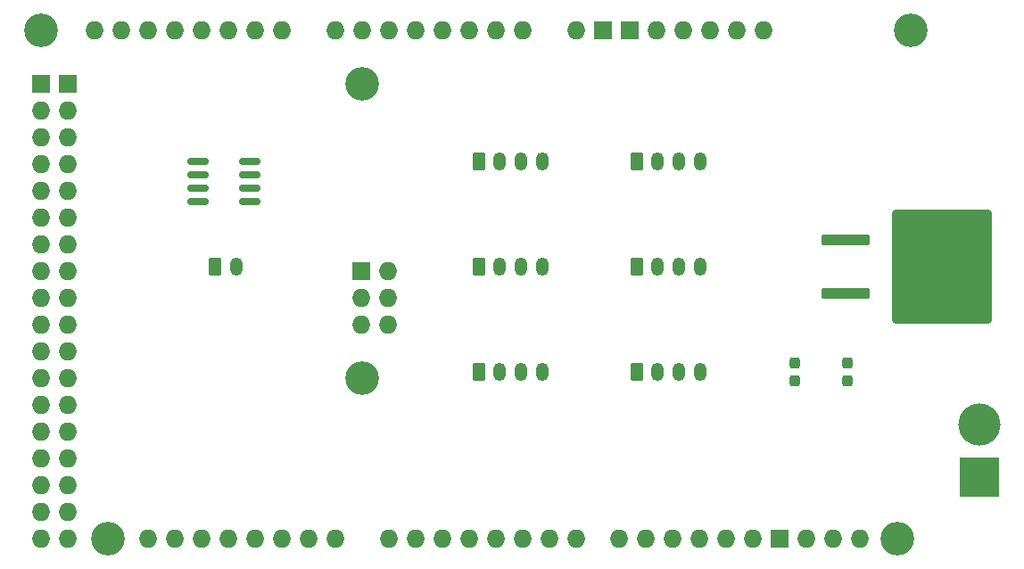
<source format=gbr>
%TF.GenerationSoftware,KiCad,Pcbnew,7.0.7*%
%TF.CreationDate,2024-03-03T00:58:18-08:00*%
%TF.ProjectId,arduino-due-shield,61726475-696e-46f2-9d64-75652d736869,rev?*%
%TF.SameCoordinates,Original*%
%TF.FileFunction,Soldermask,Top*%
%TF.FilePolarity,Negative*%
%FSLAX46Y46*%
G04 Gerber Fmt 4.6, Leading zero omitted, Abs format (unit mm)*
G04 Created by KiCad (PCBNEW 7.0.7) date 2024-03-03 00:58:18*
%MOMM*%
%LPD*%
G01*
G04 APERTURE LIST*
G04 Aperture macros list*
%AMRoundRect*
0 Rectangle with rounded corners*
0 $1 Rounding radius*
0 $2 $3 $4 $5 $6 $7 $8 $9 X,Y pos of 4 corners*
0 Add a 4 corners polygon primitive as box body*
4,1,4,$2,$3,$4,$5,$6,$7,$8,$9,$2,$3,0*
0 Add four circle primitives for the rounded corners*
1,1,$1+$1,$2,$3*
1,1,$1+$1,$4,$5*
1,1,$1+$1,$6,$7*
1,1,$1+$1,$8,$9*
0 Add four rect primitives between the rounded corners*
20,1,$1+$1,$2,$3,$4,$5,0*
20,1,$1+$1,$4,$5,$6,$7,0*
20,1,$1+$1,$6,$7,$8,$9,0*
20,1,$1+$1,$8,$9,$2,$3,0*%
G04 Aperture macros list end*
%ADD10RoundRect,0.250000X-0.350000X-0.625000X0.350000X-0.625000X0.350000X0.625000X-0.350000X0.625000X0*%
%ADD11O,1.200000X1.750000*%
%ADD12RoundRect,0.237500X-0.237500X0.300000X-0.237500X-0.300000X0.237500X-0.300000X0.237500X0.300000X0*%
%ADD13RoundRect,0.150000X-0.825000X-0.150000X0.825000X-0.150000X0.825000X0.150000X-0.825000X0.150000X0*%
%ADD14C,3.200000*%
%ADD15O,1.727200X1.727200*%
%ADD16R,1.727200X1.727200*%
%ADD17R,3.800000X3.800000*%
%ADD18C,4.000000*%
%ADD19RoundRect,0.250000X-2.050000X-0.300000X2.050000X-0.300000X2.050000X0.300000X-2.050000X0.300000X0*%
%ADD20RoundRect,0.250002X-4.449998X-5.149998X4.449998X-5.149998X4.449998X5.149998X-4.449998X5.149998X0*%
%ADD21RoundRect,0.237500X0.237500X-0.300000X0.237500X0.300000X-0.237500X0.300000X-0.237500X-0.300000X0*%
G04 APERTURE END LIST*
D10*
%TO.C,J6*%
X70000000Y-40000000D03*
D11*
X72000000Y-40000000D03*
X74000000Y-40000000D03*
X76000000Y-40000000D03*
%TD*%
D10*
%TO.C,J8*%
X70000000Y-60000000D03*
D11*
X72000000Y-60000000D03*
X74000000Y-60000000D03*
X76000000Y-60000000D03*
%TD*%
D12*
%TO.C,C2*%
X100000000Y-59137500D03*
X100000000Y-60862500D03*
%TD*%
D13*
%TO.C,U1*%
X43346600Y-40005000D03*
X43346600Y-41275000D03*
X43346600Y-42545000D03*
X43346600Y-43815000D03*
X48296600Y-43815000D03*
X48296600Y-42545000D03*
X48296600Y-41275000D03*
X48296600Y-40005000D03*
%TD*%
D10*
%TO.C,J5*%
X85000000Y-60000000D03*
D11*
X87000000Y-60000000D03*
X89000000Y-60000000D03*
X91000000Y-60000000D03*
%TD*%
D14*
%TO.C,A1*%
X111030000Y-27540000D03*
X109760000Y-75800000D03*
D15*
X97060000Y-27540000D03*
D14*
X58960000Y-60560000D03*
X58960000Y-32620000D03*
X34830000Y-75800000D03*
X28480000Y-27540000D03*
D15*
X89440000Y-27540000D03*
X86900000Y-27540000D03*
X58833000Y-55480000D03*
X31020000Y-75800000D03*
X28480000Y-75800000D03*
X74200000Y-27540000D03*
X71660000Y-27540000D03*
X69120000Y-27540000D03*
X66580000Y-27540000D03*
X64040000Y-27540000D03*
X61500000Y-27540000D03*
X58960000Y-27540000D03*
X56420000Y-27540000D03*
X51340000Y-27540000D03*
X48800000Y-27540000D03*
X46260000Y-27540000D03*
X43720000Y-27540000D03*
X101124000Y-75800000D03*
X36100000Y-27540000D03*
X33560000Y-27540000D03*
X61500000Y-75800000D03*
X64040000Y-75800000D03*
X66580000Y-75800000D03*
X69120000Y-75800000D03*
X71660000Y-75800000D03*
X74200000Y-75800000D03*
X76740000Y-75800000D03*
X79280000Y-75800000D03*
X83344000Y-75800000D03*
X85884000Y-75800000D03*
X88424000Y-75800000D03*
X90964000Y-75800000D03*
X93504000Y-75800000D03*
X96044000Y-75800000D03*
X56420000Y-75800000D03*
X53880000Y-75800000D03*
X51340000Y-75800000D03*
X48800000Y-75800000D03*
X46260000Y-75800000D03*
X43720000Y-75800000D03*
X41180000Y-75800000D03*
X38640000Y-75800000D03*
X31020000Y-73260000D03*
X28480000Y-73260000D03*
X31020000Y-70720000D03*
X28480000Y-70720000D03*
X31020000Y-68180000D03*
X28480000Y-68180000D03*
X31020000Y-65640000D03*
X28480000Y-65640000D03*
X31020000Y-63100000D03*
X28480000Y-63100000D03*
X31020000Y-60560000D03*
X28480000Y-60560000D03*
X31020000Y-58020000D03*
X28480000Y-58020000D03*
X31020000Y-55480000D03*
X28480000Y-55480000D03*
X31020000Y-52940000D03*
X28480000Y-52940000D03*
X31020000Y-50400000D03*
X28480000Y-50400000D03*
X31020000Y-47860000D03*
X28480000Y-47860000D03*
X31020000Y-45320000D03*
X28480000Y-45320000D03*
X31020000Y-42780000D03*
X28480000Y-42780000D03*
X31020000Y-40240000D03*
X28480000Y-40240000D03*
X31020000Y-37700000D03*
X28480000Y-37700000D03*
X31020000Y-35160000D03*
X28480000Y-35160000D03*
X41180000Y-27540000D03*
X38640000Y-27540000D03*
D16*
X98584000Y-75800000D03*
X84360000Y-27540000D03*
X81820000Y-27540000D03*
X58833000Y-50400000D03*
X31020000Y-32620000D03*
X28480000Y-32620000D03*
D15*
X94520000Y-27540000D03*
X61373000Y-55480000D03*
X58833000Y-52940000D03*
X91980000Y-27540000D03*
X61373000Y-50400000D03*
X61373000Y-52940000D03*
X106204000Y-75800000D03*
X103664000Y-75800000D03*
X79280000Y-27540000D03*
%TD*%
D17*
%TO.C,J1*%
X117500000Y-70000000D03*
D18*
X117500000Y-65000000D03*
%TD*%
D10*
%TO.C,J2*%
X45000000Y-50000000D03*
D11*
X47000000Y-50000000D03*
%TD*%
D19*
%TO.C,U2*%
X104850000Y-47460000D03*
D20*
X114000000Y-50000000D03*
D19*
X104850000Y-52540000D03*
%TD*%
D10*
%TO.C,J7*%
X70000000Y-50000000D03*
D11*
X72000000Y-50000000D03*
X74000000Y-50000000D03*
X76000000Y-50000000D03*
%TD*%
D10*
%TO.C,J3*%
X85000000Y-40000000D03*
D11*
X87000000Y-40000000D03*
X89000000Y-40000000D03*
X91000000Y-40000000D03*
%TD*%
D21*
%TO.C,C1*%
X105000000Y-60862500D03*
X105000000Y-59137500D03*
%TD*%
D10*
%TO.C,J4*%
X85000000Y-50000000D03*
D11*
X87000000Y-50000000D03*
X89000000Y-50000000D03*
X91000000Y-50000000D03*
%TD*%
M02*

</source>
